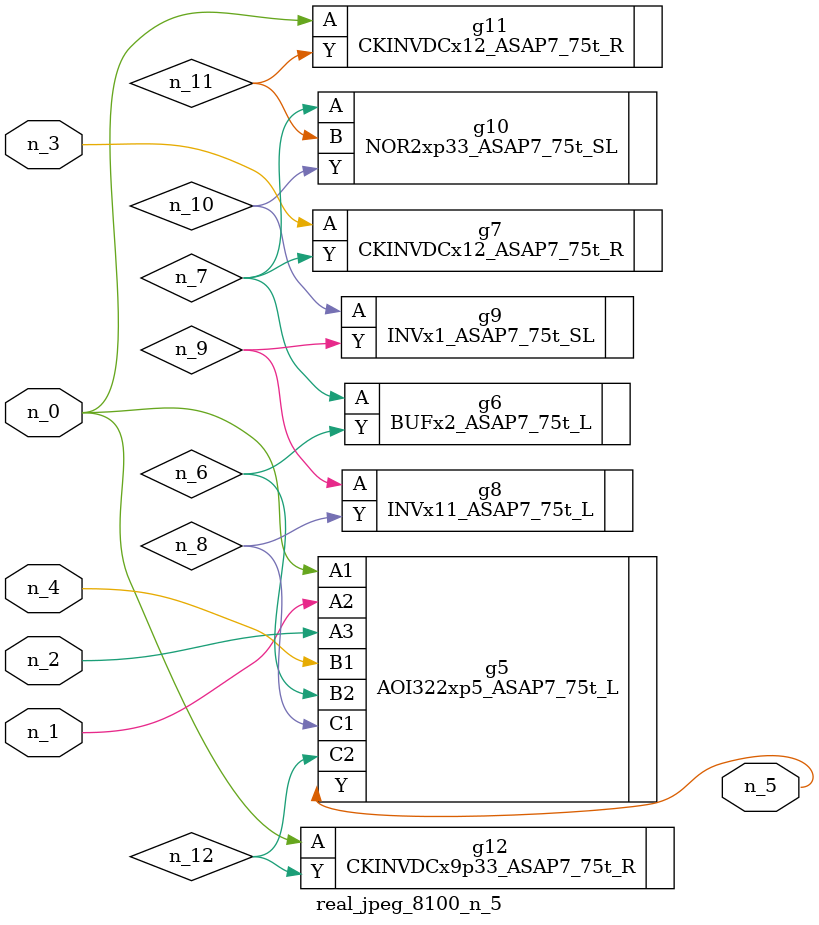
<source format=v>
module real_jpeg_8100_n_5 (n_4, n_0, n_1, n_2, n_3, n_5);

input n_4;
input n_0;
input n_1;
input n_2;
input n_3;

output n_5;

wire n_12;
wire n_8;
wire n_11;
wire n_6;
wire n_7;
wire n_10;
wire n_9;

AOI322xp5_ASAP7_75t_L g5 ( 
.A1(n_0),
.A2(n_1),
.A3(n_2),
.B1(n_4),
.B2(n_6),
.C1(n_8),
.C2(n_12),
.Y(n_5)
);

CKINVDCx12_ASAP7_75t_R g11 ( 
.A(n_0),
.Y(n_11)
);

CKINVDCx9p33_ASAP7_75t_R g12 ( 
.A(n_0),
.Y(n_12)
);

CKINVDCx12_ASAP7_75t_R g7 ( 
.A(n_3),
.Y(n_7)
);

BUFx2_ASAP7_75t_L g6 ( 
.A(n_7),
.Y(n_6)
);

NOR2xp33_ASAP7_75t_SL g10 ( 
.A(n_7),
.B(n_11),
.Y(n_10)
);

INVx11_ASAP7_75t_L g8 ( 
.A(n_9),
.Y(n_8)
);

INVx1_ASAP7_75t_SL g9 ( 
.A(n_10),
.Y(n_9)
);


endmodule
</source>
